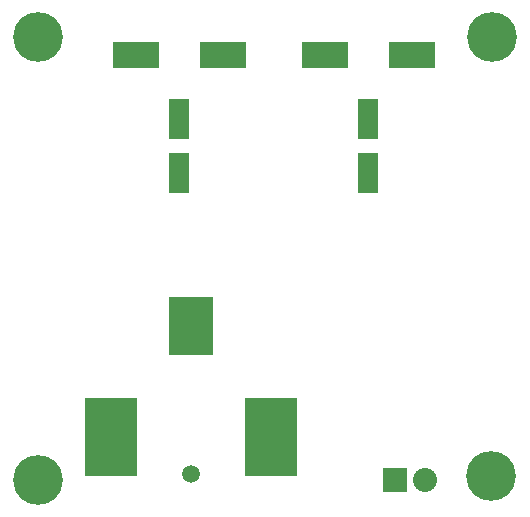
<source format=gts>
G04 (created by PCBNEW-RS274X (2011-05-25)-stable) date Tue 17 Jan 2012 05:00:04 AM EST*
G01*
G70*
G90*
%MOIN*%
G04 Gerber Fmt 3.4, Leading zero omitted, Abs format*
%FSLAX34Y34*%
G04 APERTURE LIST*
%ADD10C,0.006000*%
%ADD11C,0.166000*%
%ADD12R,0.149900X0.193200*%
%ADD13R,0.173500X0.264100*%
%ADD14C,0.059400*%
%ADD15R,0.070000X0.135000*%
%ADD16R,0.155000X0.085000*%
%ADD17R,0.080000X0.080000*%
%ADD18C,0.080000*%
G04 APERTURE END LIST*
G54D10*
G54D11*
X33465Y-32480D03*
X48622Y-32480D03*
X48583Y-47126D03*
X33465Y-47244D03*
G54D12*
X38583Y-42126D03*
G54D13*
X35906Y-45826D03*
X41260Y-45826D03*
G54D14*
X38583Y-47047D03*
G54D15*
X44488Y-35221D03*
X44488Y-37021D03*
G54D16*
X43038Y-33071D03*
X45938Y-33071D03*
G54D17*
X45366Y-47244D03*
G54D18*
X46366Y-47244D03*
G54D15*
X38189Y-35221D03*
X38189Y-37021D03*
G54D16*
X36739Y-33071D03*
X39639Y-33071D03*
M02*

</source>
